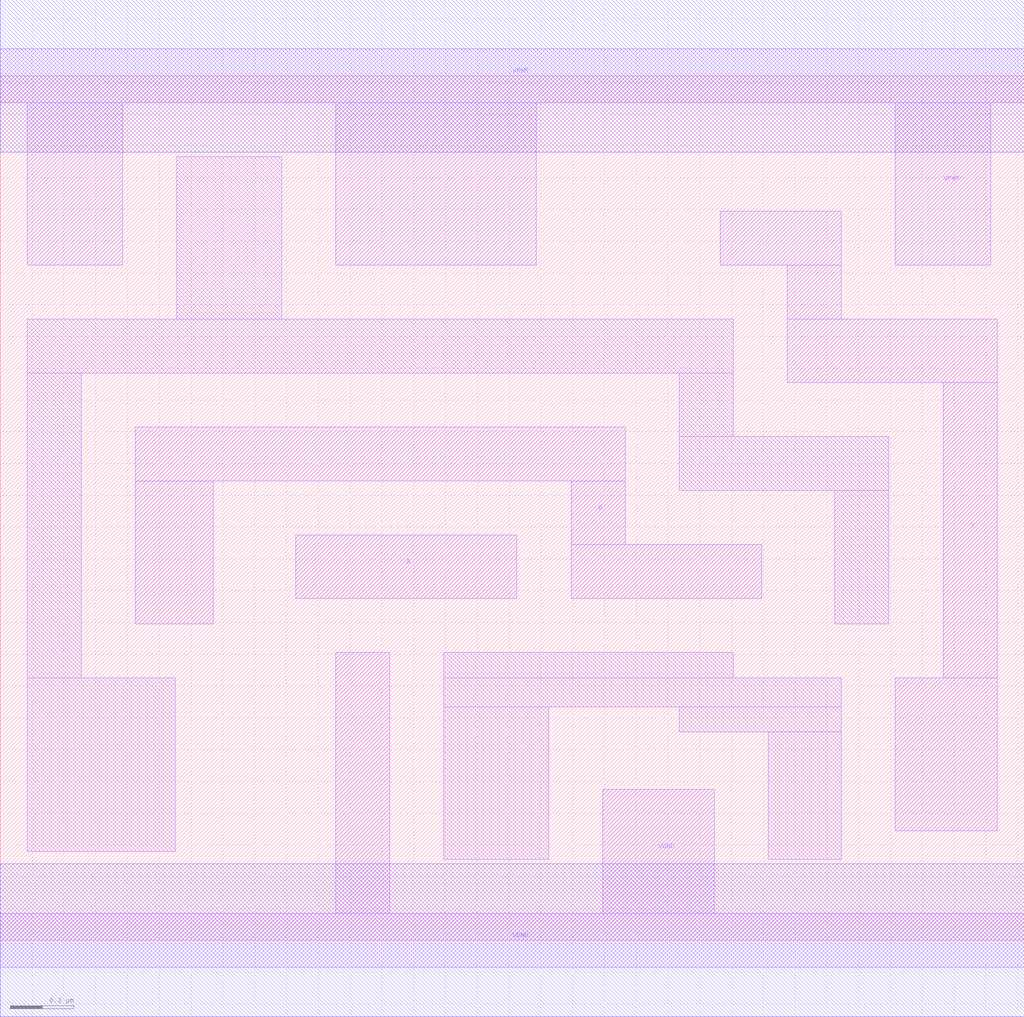
<source format=lef>
# Copyright 2020 The SkyWater PDK Authors
#
# Licensed under the Apache License, Version 2.0 (the "License");
# you may not use this file except in compliance with the License.
# You may obtain a copy of the License at
#
#     https://www.apache.org/licenses/LICENSE-2.0
#
# Unless required by applicable law or agreed to in writing, software
# distributed under the License is distributed on an "AS IS" BASIS,
# WITHOUT WARRANTIES OR CONDITIONS OF ANY KIND, either express or implied.
# See the License for the specific language governing permissions and
# limitations under the License.
#
# SPDX-License-Identifier: Apache-2.0

VERSION 5.5 ;
NAMESCASESENSITIVE ON ;
BUSBITCHARS "[]" ;
DIVIDERCHAR "/" ;
MACRO sky130_fd_sc_hd__xnor2_1
  CLASS CORE ;
  SOURCE USER ;
  ORIGIN  0.000000  0.000000 ;
  SIZE  3.220000 BY  2.720000 ;
  SYMMETRY X Y R90 ;
  SITE unithd ;
  PIN A
    ANTENNAGATEAREA  0.495000 ;
    DIRECTION INPUT ;
    USE SIGNAL ;
    PORT
      LAYER li1 ;
        RECT 0.930000 1.075000 1.625000 1.275000 ;
    END
  END A
  PIN B
    ANTENNAGATEAREA  0.495000 ;
    DIRECTION INPUT ;
    USE SIGNAL ;
    PORT
      LAYER li1 ;
        RECT 0.425000 0.995000 0.670000 1.445000 ;
        RECT 0.425000 1.445000 1.965000 1.615000 ;
        RECT 1.795000 1.075000 2.395000 1.245000 ;
        RECT 1.795000 1.245000 1.965000 1.445000 ;
    END
  END B
  PIN Y
    ANTENNADIFFAREA  0.525000 ;
    DIRECTION OUTPUT ;
    USE SIGNAL ;
    PORT
      LAYER li1 ;
        RECT 2.265000 2.125000 2.645000 2.295000 ;
        RECT 2.475000 1.755000 3.135000 1.955000 ;
        RECT 2.475000 1.955000 2.645000 2.125000 ;
        RECT 2.815000 0.345000 3.135000 0.825000 ;
        RECT 2.965000 0.825000 3.135000 1.755000 ;
    END
  END Y
  PIN VGND
    DIRECTION INOUT ;
    SHAPE ABUTMENT ;
    USE GROUND ;
    PORT
      LAYER li1 ;
        RECT 0.000000 -0.085000 3.220000 0.085000 ;
        RECT 1.055000  0.085000 1.225000 0.905000 ;
        RECT 1.895000  0.085000 2.245000 0.475000 ;
    END
    PORT
      LAYER met1 ;
        RECT 0.000000 -0.240000 3.220000 0.240000 ;
    END
  END VGND
  PIN VPWR
    DIRECTION INOUT ;
    SHAPE ABUTMENT ;
    USE POWER ;
    PORT
      LAYER li1 ;
        RECT 0.000000 2.635000 3.220000 2.805000 ;
        RECT 0.085000 2.125000 0.385000 2.635000 ;
        RECT 1.055000 2.125000 1.685000 2.635000 ;
        RECT 2.815000 2.125000 3.115000 2.635000 ;
    END
    PORT
      LAYER met1 ;
        RECT 0.000000 2.480000 3.220000 2.960000 ;
    END
  END VPWR
  OBS
    LAYER li1 ;
      RECT 0.085000 0.280000 0.550000 0.825000 ;
      RECT 0.085000 0.825000 0.255000 1.785000 ;
      RECT 0.085000 1.785000 2.305000 1.955000 ;
      RECT 0.555000 1.955000 0.885000 2.465000 ;
      RECT 1.395000 0.255000 1.725000 0.735000 ;
      RECT 1.395000 0.735000 2.645000 0.825000 ;
      RECT 1.395000 0.825000 2.305000 0.905000 ;
      RECT 2.135000 0.655000 2.645000 0.735000 ;
      RECT 2.135000 1.415000 2.795000 1.585000 ;
      RECT 2.135000 1.585000 2.305000 1.785000 ;
      RECT 2.415000 0.255000 2.645000 0.655000 ;
      RECT 2.625000 0.995000 2.795000 1.415000 ;
  END
END sky130_fd_sc_hd__xnor2_1

</source>
